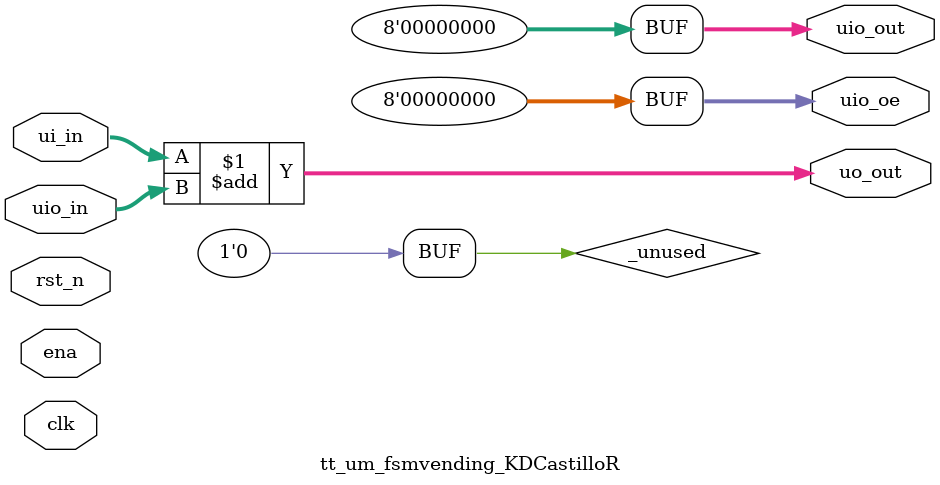
<source format=v>
/*
 * Copyright (c) 2024 Your Name
 * SPDX-License-Identifier: Apache-2.0
 */

`default_nettype none

module tt_um_fsmvending_KDCastilloR (
    input  wire [7:0] ui_in,    // Dedicated inputs
    output wire [7:0] uo_out,   // Dedicated outputs
    input  wire [7:0] uio_in,   // IOs: Input path
    output wire [7:0] uio_out,  // IOs: Output path
    output wire [7:0] uio_oe,   // IOs: Enable path (active high: 0=input, 1=output)
    input  wire       ena,      // always 1 when the design is powered, so you can ignore it
    input  wire       clk,      // clock
    input  wire       rst_n     // reset_n - low to reset
);

  // All output pins must be assigned. If not used, assign to 0.
  assign uo_out  = ui_in + uio_in;  // Example: ou_out is the sum of ui_in and uio_in
  assign uio_out = 0;
  assign uio_oe  = 0;

  // List all unused inputs to prevent warnings
  wire _unused = &{ena, clk, rst_n, 1'b0};

endmodule

</source>
